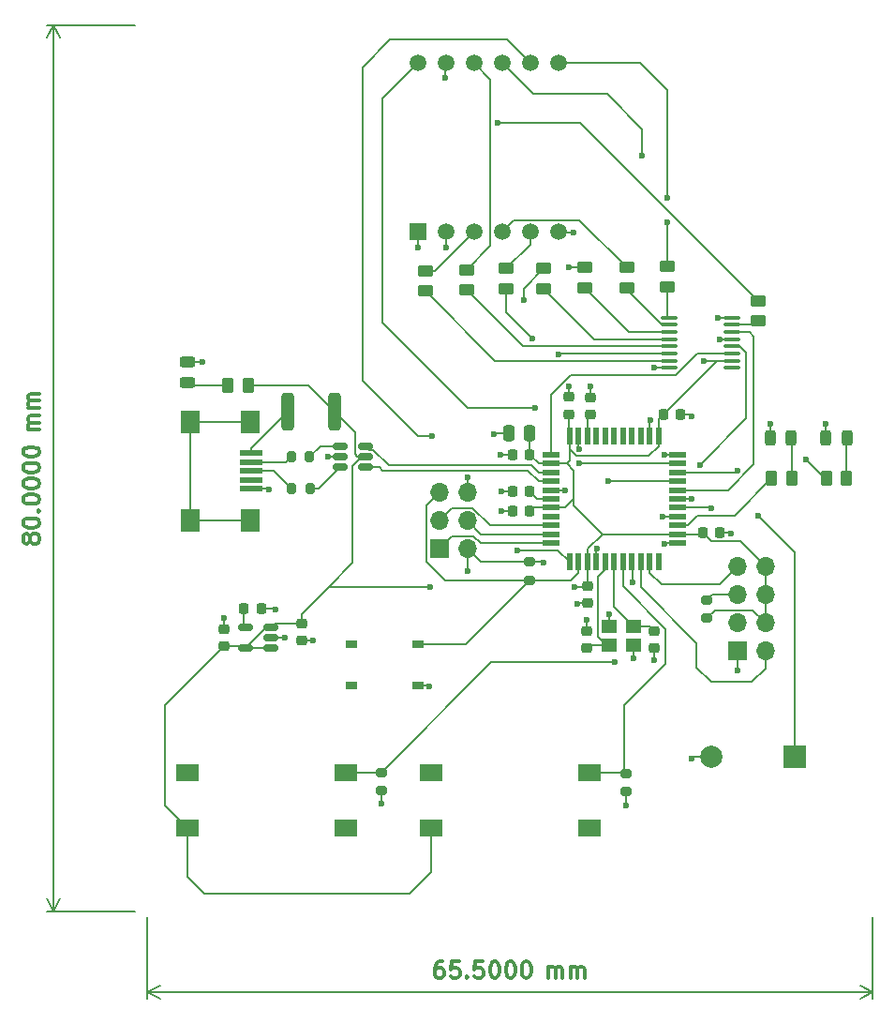
<source format=gbr>
%TF.GenerationSoftware,KiCad,Pcbnew,(7.0.0-0)*%
%TF.CreationDate,2023-04-20T13:26:23-06:00*%
%TF.ProjectId,Phase B - PCB,50686173-6520-4422-902d-205043422e6b,rev?*%
%TF.SameCoordinates,Original*%
%TF.FileFunction,Copper,L1,Top*%
%TF.FilePolarity,Positive*%
%FSLAX46Y46*%
G04 Gerber Fmt 4.6, Leading zero omitted, Abs format (unit mm)*
G04 Created by KiCad (PCBNEW (7.0.0-0)) date 2023-04-20 13:26:23*
%MOMM*%
%LPD*%
G01*
G04 APERTURE LIST*
G04 Aperture macros list*
%AMRoundRect*
0 Rectangle with rounded corners*
0 $1 Rounding radius*
0 $2 $3 $4 $5 $6 $7 $8 $9 X,Y pos of 4 corners*
0 Add a 4 corners polygon primitive as box body*
4,1,4,$2,$3,$4,$5,$6,$7,$8,$9,$2,$3,0*
0 Add four circle primitives for the rounded corners*
1,1,$1+$1,$2,$3*
1,1,$1+$1,$4,$5*
1,1,$1+$1,$6,$7*
1,1,$1+$1,$8,$9*
0 Add four rect primitives between the rounded corners*
20,1,$1+$1,$2,$3,$4,$5,0*
20,1,$1+$1,$4,$5,$6,$7,0*
20,1,$1+$1,$6,$7,$8,$9,0*
20,1,$1+$1,$8,$9,$2,$3,0*%
G04 Aperture macros list end*
%ADD10C,0.300000*%
%TA.AperFunction,NonConductor*%
%ADD11C,0.300000*%
%TD*%
%TA.AperFunction,NonConductor*%
%ADD12C,0.200000*%
%TD*%
%TA.AperFunction,SMDPad,CuDef*%
%ADD13RoundRect,0.250000X0.450000X-0.262500X0.450000X0.262500X-0.450000X0.262500X-0.450000X-0.262500X0*%
%TD*%
%TA.AperFunction,SMDPad,CuDef*%
%ADD14RoundRect,0.200000X0.200000X0.275000X-0.200000X0.275000X-0.200000X-0.275000X0.200000X-0.275000X0*%
%TD*%
%TA.AperFunction,SMDPad,CuDef*%
%ADD15RoundRect,0.225000X-0.250000X0.225000X-0.250000X-0.225000X0.250000X-0.225000X0.250000X0.225000X0*%
%TD*%
%TA.AperFunction,SMDPad,CuDef*%
%ADD16R,2.000000X0.500000*%
%TD*%
%TA.AperFunction,SMDPad,CuDef*%
%ADD17R,1.700000X2.000000*%
%TD*%
%TA.AperFunction,SMDPad,CuDef*%
%ADD18RoundRect,0.225000X0.225000X0.250000X-0.225000X0.250000X-0.225000X-0.250000X0.225000X-0.250000X0*%
%TD*%
%TA.AperFunction,SMDPad,CuDef*%
%ADD19R,1.000000X0.700000*%
%TD*%
%TA.AperFunction,ComponentPad*%
%ADD20R,1.700000X1.700000*%
%TD*%
%TA.AperFunction,ComponentPad*%
%ADD21O,1.700000X1.700000*%
%TD*%
%TA.AperFunction,SMDPad,CuDef*%
%ADD22RoundRect,0.100000X-0.637500X-0.100000X0.637500X-0.100000X0.637500X0.100000X-0.637500X0.100000X0*%
%TD*%
%TA.AperFunction,SMDPad,CuDef*%
%ADD23RoundRect,0.250000X0.250000X0.475000X-0.250000X0.475000X-0.250000X-0.475000X0.250000X-0.475000X0*%
%TD*%
%TA.AperFunction,SMDPad,CuDef*%
%ADD24R,1.500000X0.550000*%
%TD*%
%TA.AperFunction,SMDPad,CuDef*%
%ADD25R,0.550000X1.500000*%
%TD*%
%TA.AperFunction,SMDPad,CuDef*%
%ADD26RoundRect,0.200000X-0.275000X0.200000X-0.275000X-0.200000X0.275000X-0.200000X0.275000X0.200000X0*%
%TD*%
%TA.AperFunction,SMDPad,CuDef*%
%ADD27RoundRect,0.225000X0.250000X-0.225000X0.250000X0.225000X-0.250000X0.225000X-0.250000X-0.225000X0*%
%TD*%
%TA.AperFunction,SMDPad,CuDef*%
%ADD28RoundRect,0.250000X-0.262500X-0.450000X0.262500X-0.450000X0.262500X0.450000X-0.262500X0.450000X0*%
%TD*%
%TA.AperFunction,SMDPad,CuDef*%
%ADD29RoundRect,0.225000X-0.225000X-0.250000X0.225000X-0.250000X0.225000X0.250000X-0.225000X0.250000X0*%
%TD*%
%TA.AperFunction,SMDPad,CuDef*%
%ADD30RoundRect,0.250000X0.262500X0.450000X-0.262500X0.450000X-0.262500X-0.450000X0.262500X-0.450000X0*%
%TD*%
%TA.AperFunction,SMDPad,CuDef*%
%ADD31RoundRect,0.150000X0.512500X0.150000X-0.512500X0.150000X-0.512500X-0.150000X0.512500X-0.150000X0*%
%TD*%
%TA.AperFunction,SMDPad,CuDef*%
%ADD32R,1.400000X1.200000*%
%TD*%
%TA.AperFunction,SMDPad,CuDef*%
%ADD33RoundRect,0.243750X-0.243750X-0.456250X0.243750X-0.456250X0.243750X0.456250X-0.243750X0.456250X0*%
%TD*%
%TA.AperFunction,ComponentPad*%
%ADD34R,2.000000X2.000000*%
%TD*%
%TA.AperFunction,ComponentPad*%
%ADD35C,2.000000*%
%TD*%
%TA.AperFunction,SMDPad,CuDef*%
%ADD36RoundRect,0.200000X0.275000X-0.200000X0.275000X0.200000X-0.275000X0.200000X-0.275000X-0.200000X0*%
%TD*%
%TA.AperFunction,SMDPad,CuDef*%
%ADD37R,2.000000X1.500000*%
%TD*%
%TA.AperFunction,SMDPad,CuDef*%
%ADD38RoundRect,0.150000X-0.512500X-0.150000X0.512500X-0.150000X0.512500X0.150000X-0.512500X0.150000X0*%
%TD*%
%TA.AperFunction,SMDPad,CuDef*%
%ADD39RoundRect,0.243750X-0.456250X0.243750X-0.456250X-0.243750X0.456250X-0.243750X0.456250X0.243750X0*%
%TD*%
%TA.AperFunction,ComponentPad*%
%ADD40R,1.500000X1.500000*%
%TD*%
%TA.AperFunction,ComponentPad*%
%ADD41C,1.500000*%
%TD*%
%TA.AperFunction,SMDPad,CuDef*%
%ADD42RoundRect,0.250000X-0.312500X-1.450000X0.312500X-1.450000X0.312500X1.450000X-0.312500X1.450000X0*%
%TD*%
%TA.AperFunction,ViaPad*%
%ADD43C,0.600000*%
%TD*%
%TA.AperFunction,Conductor*%
%ADD44C,0.200000*%
%TD*%
G04 APERTURE END LIST*
D10*
D11*
X99593928Y-101521427D02*
X99522500Y-101664284D01*
X99522500Y-101664284D02*
X99451071Y-101735713D01*
X99451071Y-101735713D02*
X99308214Y-101807141D01*
X99308214Y-101807141D02*
X99236785Y-101807141D01*
X99236785Y-101807141D02*
X99093928Y-101735713D01*
X99093928Y-101735713D02*
X99022500Y-101664284D01*
X99022500Y-101664284D02*
X98951071Y-101521427D01*
X98951071Y-101521427D02*
X98951071Y-101235713D01*
X98951071Y-101235713D02*
X99022500Y-101092856D01*
X99022500Y-101092856D02*
X99093928Y-101021427D01*
X99093928Y-101021427D02*
X99236785Y-100949998D01*
X99236785Y-100949998D02*
X99308214Y-100949998D01*
X99308214Y-100949998D02*
X99451071Y-101021427D01*
X99451071Y-101021427D02*
X99522500Y-101092856D01*
X99522500Y-101092856D02*
X99593928Y-101235713D01*
X99593928Y-101235713D02*
X99593928Y-101521427D01*
X99593928Y-101521427D02*
X99665357Y-101664284D01*
X99665357Y-101664284D02*
X99736785Y-101735713D01*
X99736785Y-101735713D02*
X99879642Y-101807141D01*
X99879642Y-101807141D02*
X100165357Y-101807141D01*
X100165357Y-101807141D02*
X100308214Y-101735713D01*
X100308214Y-101735713D02*
X100379642Y-101664284D01*
X100379642Y-101664284D02*
X100451071Y-101521427D01*
X100451071Y-101521427D02*
X100451071Y-101235713D01*
X100451071Y-101235713D02*
X100379642Y-101092856D01*
X100379642Y-101092856D02*
X100308214Y-101021427D01*
X100308214Y-101021427D02*
X100165357Y-100949998D01*
X100165357Y-100949998D02*
X99879642Y-100949998D01*
X99879642Y-100949998D02*
X99736785Y-101021427D01*
X99736785Y-101021427D02*
X99665357Y-101092856D01*
X99665357Y-101092856D02*
X99593928Y-101235713D01*
X98951071Y-100021427D02*
X98951071Y-99878570D01*
X98951071Y-99878570D02*
X99022500Y-99735713D01*
X99022500Y-99735713D02*
X99093928Y-99664285D01*
X99093928Y-99664285D02*
X99236785Y-99592856D01*
X99236785Y-99592856D02*
X99522500Y-99521427D01*
X99522500Y-99521427D02*
X99879642Y-99521427D01*
X99879642Y-99521427D02*
X100165357Y-99592856D01*
X100165357Y-99592856D02*
X100308214Y-99664285D01*
X100308214Y-99664285D02*
X100379642Y-99735713D01*
X100379642Y-99735713D02*
X100451071Y-99878570D01*
X100451071Y-99878570D02*
X100451071Y-100021427D01*
X100451071Y-100021427D02*
X100379642Y-100164285D01*
X100379642Y-100164285D02*
X100308214Y-100235713D01*
X100308214Y-100235713D02*
X100165357Y-100307142D01*
X100165357Y-100307142D02*
X99879642Y-100378570D01*
X99879642Y-100378570D02*
X99522500Y-100378570D01*
X99522500Y-100378570D02*
X99236785Y-100307142D01*
X99236785Y-100307142D02*
X99093928Y-100235713D01*
X99093928Y-100235713D02*
X99022500Y-100164285D01*
X99022500Y-100164285D02*
X98951071Y-100021427D01*
X100308214Y-98878571D02*
X100379642Y-98807142D01*
X100379642Y-98807142D02*
X100451071Y-98878571D01*
X100451071Y-98878571D02*
X100379642Y-98949999D01*
X100379642Y-98949999D02*
X100308214Y-98878571D01*
X100308214Y-98878571D02*
X100451071Y-98878571D01*
X98951071Y-97878570D02*
X98951071Y-97735713D01*
X98951071Y-97735713D02*
X99022500Y-97592856D01*
X99022500Y-97592856D02*
X99093928Y-97521428D01*
X99093928Y-97521428D02*
X99236785Y-97449999D01*
X99236785Y-97449999D02*
X99522500Y-97378570D01*
X99522500Y-97378570D02*
X99879642Y-97378570D01*
X99879642Y-97378570D02*
X100165357Y-97449999D01*
X100165357Y-97449999D02*
X100308214Y-97521428D01*
X100308214Y-97521428D02*
X100379642Y-97592856D01*
X100379642Y-97592856D02*
X100451071Y-97735713D01*
X100451071Y-97735713D02*
X100451071Y-97878570D01*
X100451071Y-97878570D02*
X100379642Y-98021428D01*
X100379642Y-98021428D02*
X100308214Y-98092856D01*
X100308214Y-98092856D02*
X100165357Y-98164285D01*
X100165357Y-98164285D02*
X99879642Y-98235713D01*
X99879642Y-98235713D02*
X99522500Y-98235713D01*
X99522500Y-98235713D02*
X99236785Y-98164285D01*
X99236785Y-98164285D02*
X99093928Y-98092856D01*
X99093928Y-98092856D02*
X99022500Y-98021428D01*
X99022500Y-98021428D02*
X98951071Y-97878570D01*
X98951071Y-96449999D02*
X98951071Y-96307142D01*
X98951071Y-96307142D02*
X99022500Y-96164285D01*
X99022500Y-96164285D02*
X99093928Y-96092857D01*
X99093928Y-96092857D02*
X99236785Y-96021428D01*
X99236785Y-96021428D02*
X99522500Y-95949999D01*
X99522500Y-95949999D02*
X99879642Y-95949999D01*
X99879642Y-95949999D02*
X100165357Y-96021428D01*
X100165357Y-96021428D02*
X100308214Y-96092857D01*
X100308214Y-96092857D02*
X100379642Y-96164285D01*
X100379642Y-96164285D02*
X100451071Y-96307142D01*
X100451071Y-96307142D02*
X100451071Y-96449999D01*
X100451071Y-96449999D02*
X100379642Y-96592857D01*
X100379642Y-96592857D02*
X100308214Y-96664285D01*
X100308214Y-96664285D02*
X100165357Y-96735714D01*
X100165357Y-96735714D02*
X99879642Y-96807142D01*
X99879642Y-96807142D02*
X99522500Y-96807142D01*
X99522500Y-96807142D02*
X99236785Y-96735714D01*
X99236785Y-96735714D02*
X99093928Y-96664285D01*
X99093928Y-96664285D02*
X99022500Y-96592857D01*
X99022500Y-96592857D02*
X98951071Y-96449999D01*
X98951071Y-95021428D02*
X98951071Y-94878571D01*
X98951071Y-94878571D02*
X99022500Y-94735714D01*
X99022500Y-94735714D02*
X99093928Y-94664286D01*
X99093928Y-94664286D02*
X99236785Y-94592857D01*
X99236785Y-94592857D02*
X99522500Y-94521428D01*
X99522500Y-94521428D02*
X99879642Y-94521428D01*
X99879642Y-94521428D02*
X100165357Y-94592857D01*
X100165357Y-94592857D02*
X100308214Y-94664286D01*
X100308214Y-94664286D02*
X100379642Y-94735714D01*
X100379642Y-94735714D02*
X100451071Y-94878571D01*
X100451071Y-94878571D02*
X100451071Y-95021428D01*
X100451071Y-95021428D02*
X100379642Y-95164286D01*
X100379642Y-95164286D02*
X100308214Y-95235714D01*
X100308214Y-95235714D02*
X100165357Y-95307143D01*
X100165357Y-95307143D02*
X99879642Y-95378571D01*
X99879642Y-95378571D02*
X99522500Y-95378571D01*
X99522500Y-95378571D02*
X99236785Y-95307143D01*
X99236785Y-95307143D02*
X99093928Y-95235714D01*
X99093928Y-95235714D02*
X99022500Y-95164286D01*
X99022500Y-95164286D02*
X98951071Y-95021428D01*
X98951071Y-93592857D02*
X98951071Y-93450000D01*
X98951071Y-93450000D02*
X99022500Y-93307143D01*
X99022500Y-93307143D02*
X99093928Y-93235715D01*
X99093928Y-93235715D02*
X99236785Y-93164286D01*
X99236785Y-93164286D02*
X99522500Y-93092857D01*
X99522500Y-93092857D02*
X99879642Y-93092857D01*
X99879642Y-93092857D02*
X100165357Y-93164286D01*
X100165357Y-93164286D02*
X100308214Y-93235715D01*
X100308214Y-93235715D02*
X100379642Y-93307143D01*
X100379642Y-93307143D02*
X100451071Y-93450000D01*
X100451071Y-93450000D02*
X100451071Y-93592857D01*
X100451071Y-93592857D02*
X100379642Y-93735715D01*
X100379642Y-93735715D02*
X100308214Y-93807143D01*
X100308214Y-93807143D02*
X100165357Y-93878572D01*
X100165357Y-93878572D02*
X99879642Y-93950000D01*
X99879642Y-93950000D02*
X99522500Y-93950000D01*
X99522500Y-93950000D02*
X99236785Y-93878572D01*
X99236785Y-93878572D02*
X99093928Y-93807143D01*
X99093928Y-93807143D02*
X99022500Y-93735715D01*
X99022500Y-93735715D02*
X98951071Y-93592857D01*
X100451071Y-91550001D02*
X99451071Y-91550001D01*
X99593928Y-91550001D02*
X99522500Y-91478572D01*
X99522500Y-91478572D02*
X99451071Y-91335715D01*
X99451071Y-91335715D02*
X99451071Y-91121429D01*
X99451071Y-91121429D02*
X99522500Y-90978572D01*
X99522500Y-90978572D02*
X99665357Y-90907144D01*
X99665357Y-90907144D02*
X100451071Y-90907144D01*
X99665357Y-90907144D02*
X99522500Y-90835715D01*
X99522500Y-90835715D02*
X99451071Y-90692858D01*
X99451071Y-90692858D02*
X99451071Y-90478572D01*
X99451071Y-90478572D02*
X99522500Y-90335715D01*
X99522500Y-90335715D02*
X99665357Y-90264286D01*
X99665357Y-90264286D02*
X100451071Y-90264286D01*
X100451071Y-89550001D02*
X99451071Y-89550001D01*
X99593928Y-89550001D02*
X99522500Y-89478572D01*
X99522500Y-89478572D02*
X99451071Y-89335715D01*
X99451071Y-89335715D02*
X99451071Y-89121429D01*
X99451071Y-89121429D02*
X99522500Y-88978572D01*
X99522500Y-88978572D02*
X99665357Y-88907144D01*
X99665357Y-88907144D02*
X100451071Y-88907144D01*
X99665357Y-88907144D02*
X99522500Y-88835715D01*
X99522500Y-88835715D02*
X99451071Y-88692858D01*
X99451071Y-88692858D02*
X99451071Y-88478572D01*
X99451071Y-88478572D02*
X99522500Y-88335715D01*
X99522500Y-88335715D02*
X99665357Y-88264286D01*
X99665357Y-88264286D02*
X100451071Y-88264286D01*
D12*
X109100000Y-135000000D02*
X101113580Y-135000000D01*
X109100000Y-55000000D02*
X101113580Y-55000000D01*
X101700000Y-135000000D02*
X101700000Y-55000000D01*
X101700000Y-135000000D02*
X101700000Y-55000000D01*
X101700000Y-135000000D02*
X101113579Y-133873496D01*
X101700000Y-135000000D02*
X102286421Y-133873496D01*
X101700000Y-55000000D02*
X102286421Y-56126504D01*
X101700000Y-55000000D02*
X101113579Y-56126504D01*
D10*
D11*
X136857144Y-139551070D02*
X136571429Y-139551070D01*
X136571429Y-139551070D02*
X136428572Y-139622499D01*
X136428572Y-139622499D02*
X136357144Y-139693927D01*
X136357144Y-139693927D02*
X136214286Y-139908213D01*
X136214286Y-139908213D02*
X136142858Y-140193927D01*
X136142858Y-140193927D02*
X136142858Y-140765356D01*
X136142858Y-140765356D02*
X136214286Y-140908213D01*
X136214286Y-140908213D02*
X136285715Y-140979641D01*
X136285715Y-140979641D02*
X136428572Y-141051070D01*
X136428572Y-141051070D02*
X136714286Y-141051070D01*
X136714286Y-141051070D02*
X136857144Y-140979641D01*
X136857144Y-140979641D02*
X136928572Y-140908213D01*
X136928572Y-140908213D02*
X137000001Y-140765356D01*
X137000001Y-140765356D02*
X137000001Y-140408213D01*
X137000001Y-140408213D02*
X136928572Y-140265356D01*
X136928572Y-140265356D02*
X136857144Y-140193927D01*
X136857144Y-140193927D02*
X136714286Y-140122499D01*
X136714286Y-140122499D02*
X136428572Y-140122499D01*
X136428572Y-140122499D02*
X136285715Y-140193927D01*
X136285715Y-140193927D02*
X136214286Y-140265356D01*
X136214286Y-140265356D02*
X136142858Y-140408213D01*
X138357143Y-139551070D02*
X137642857Y-139551070D01*
X137642857Y-139551070D02*
X137571429Y-140265356D01*
X137571429Y-140265356D02*
X137642857Y-140193927D01*
X137642857Y-140193927D02*
X137785715Y-140122499D01*
X137785715Y-140122499D02*
X138142857Y-140122499D01*
X138142857Y-140122499D02*
X138285715Y-140193927D01*
X138285715Y-140193927D02*
X138357143Y-140265356D01*
X138357143Y-140265356D02*
X138428572Y-140408213D01*
X138428572Y-140408213D02*
X138428572Y-140765356D01*
X138428572Y-140765356D02*
X138357143Y-140908213D01*
X138357143Y-140908213D02*
X138285715Y-140979641D01*
X138285715Y-140979641D02*
X138142857Y-141051070D01*
X138142857Y-141051070D02*
X137785715Y-141051070D01*
X137785715Y-141051070D02*
X137642857Y-140979641D01*
X137642857Y-140979641D02*
X137571429Y-140908213D01*
X139071428Y-140908213D02*
X139142857Y-140979641D01*
X139142857Y-140979641D02*
X139071428Y-141051070D01*
X139071428Y-141051070D02*
X139000000Y-140979641D01*
X139000000Y-140979641D02*
X139071428Y-140908213D01*
X139071428Y-140908213D02*
X139071428Y-141051070D01*
X140500000Y-139551070D02*
X139785714Y-139551070D01*
X139785714Y-139551070D02*
X139714286Y-140265356D01*
X139714286Y-140265356D02*
X139785714Y-140193927D01*
X139785714Y-140193927D02*
X139928572Y-140122499D01*
X139928572Y-140122499D02*
X140285714Y-140122499D01*
X140285714Y-140122499D02*
X140428572Y-140193927D01*
X140428572Y-140193927D02*
X140500000Y-140265356D01*
X140500000Y-140265356D02*
X140571429Y-140408213D01*
X140571429Y-140408213D02*
X140571429Y-140765356D01*
X140571429Y-140765356D02*
X140500000Y-140908213D01*
X140500000Y-140908213D02*
X140428572Y-140979641D01*
X140428572Y-140979641D02*
X140285714Y-141051070D01*
X140285714Y-141051070D02*
X139928572Y-141051070D01*
X139928572Y-141051070D02*
X139785714Y-140979641D01*
X139785714Y-140979641D02*
X139714286Y-140908213D01*
X141500000Y-139551070D02*
X141642857Y-139551070D01*
X141642857Y-139551070D02*
X141785714Y-139622499D01*
X141785714Y-139622499D02*
X141857143Y-139693927D01*
X141857143Y-139693927D02*
X141928571Y-139836784D01*
X141928571Y-139836784D02*
X142000000Y-140122499D01*
X142000000Y-140122499D02*
X142000000Y-140479641D01*
X142000000Y-140479641D02*
X141928571Y-140765356D01*
X141928571Y-140765356D02*
X141857143Y-140908213D01*
X141857143Y-140908213D02*
X141785714Y-140979641D01*
X141785714Y-140979641D02*
X141642857Y-141051070D01*
X141642857Y-141051070D02*
X141500000Y-141051070D01*
X141500000Y-141051070D02*
X141357143Y-140979641D01*
X141357143Y-140979641D02*
X141285714Y-140908213D01*
X141285714Y-140908213D02*
X141214285Y-140765356D01*
X141214285Y-140765356D02*
X141142857Y-140479641D01*
X141142857Y-140479641D02*
X141142857Y-140122499D01*
X141142857Y-140122499D02*
X141214285Y-139836784D01*
X141214285Y-139836784D02*
X141285714Y-139693927D01*
X141285714Y-139693927D02*
X141357143Y-139622499D01*
X141357143Y-139622499D02*
X141500000Y-139551070D01*
X142928571Y-139551070D02*
X143071428Y-139551070D01*
X143071428Y-139551070D02*
X143214285Y-139622499D01*
X143214285Y-139622499D02*
X143285714Y-139693927D01*
X143285714Y-139693927D02*
X143357142Y-139836784D01*
X143357142Y-139836784D02*
X143428571Y-140122499D01*
X143428571Y-140122499D02*
X143428571Y-140479641D01*
X143428571Y-140479641D02*
X143357142Y-140765356D01*
X143357142Y-140765356D02*
X143285714Y-140908213D01*
X143285714Y-140908213D02*
X143214285Y-140979641D01*
X143214285Y-140979641D02*
X143071428Y-141051070D01*
X143071428Y-141051070D02*
X142928571Y-141051070D01*
X142928571Y-141051070D02*
X142785714Y-140979641D01*
X142785714Y-140979641D02*
X142714285Y-140908213D01*
X142714285Y-140908213D02*
X142642856Y-140765356D01*
X142642856Y-140765356D02*
X142571428Y-140479641D01*
X142571428Y-140479641D02*
X142571428Y-140122499D01*
X142571428Y-140122499D02*
X142642856Y-139836784D01*
X142642856Y-139836784D02*
X142714285Y-139693927D01*
X142714285Y-139693927D02*
X142785714Y-139622499D01*
X142785714Y-139622499D02*
X142928571Y-139551070D01*
X144357142Y-139551070D02*
X144499999Y-139551070D01*
X144499999Y-139551070D02*
X144642856Y-139622499D01*
X144642856Y-139622499D02*
X144714285Y-139693927D01*
X144714285Y-139693927D02*
X144785713Y-139836784D01*
X144785713Y-139836784D02*
X144857142Y-140122499D01*
X144857142Y-140122499D02*
X144857142Y-140479641D01*
X144857142Y-140479641D02*
X144785713Y-140765356D01*
X144785713Y-140765356D02*
X144714285Y-140908213D01*
X144714285Y-140908213D02*
X144642856Y-140979641D01*
X144642856Y-140979641D02*
X144499999Y-141051070D01*
X144499999Y-141051070D02*
X144357142Y-141051070D01*
X144357142Y-141051070D02*
X144214285Y-140979641D01*
X144214285Y-140979641D02*
X144142856Y-140908213D01*
X144142856Y-140908213D02*
X144071427Y-140765356D01*
X144071427Y-140765356D02*
X143999999Y-140479641D01*
X143999999Y-140479641D02*
X143999999Y-140122499D01*
X143999999Y-140122499D02*
X144071427Y-139836784D01*
X144071427Y-139836784D02*
X144142856Y-139693927D01*
X144142856Y-139693927D02*
X144214285Y-139622499D01*
X144214285Y-139622499D02*
X144357142Y-139551070D01*
X146399998Y-141051070D02*
X146399998Y-140051070D01*
X146399998Y-140193927D02*
X146471427Y-140122499D01*
X146471427Y-140122499D02*
X146614284Y-140051070D01*
X146614284Y-140051070D02*
X146828570Y-140051070D01*
X146828570Y-140051070D02*
X146971427Y-140122499D01*
X146971427Y-140122499D02*
X147042856Y-140265356D01*
X147042856Y-140265356D02*
X147042856Y-141051070D01*
X147042856Y-140265356D02*
X147114284Y-140122499D01*
X147114284Y-140122499D02*
X147257141Y-140051070D01*
X147257141Y-140051070D02*
X147471427Y-140051070D01*
X147471427Y-140051070D02*
X147614284Y-140122499D01*
X147614284Y-140122499D02*
X147685713Y-140265356D01*
X147685713Y-140265356D02*
X147685713Y-141051070D01*
X148399998Y-141051070D02*
X148399998Y-140051070D01*
X148399998Y-140193927D02*
X148471427Y-140122499D01*
X148471427Y-140122499D02*
X148614284Y-140051070D01*
X148614284Y-140051070D02*
X148828570Y-140051070D01*
X148828570Y-140051070D02*
X148971427Y-140122499D01*
X148971427Y-140122499D02*
X149042856Y-140265356D01*
X149042856Y-140265356D02*
X149042856Y-141051070D01*
X149042856Y-140265356D02*
X149114284Y-140122499D01*
X149114284Y-140122499D02*
X149257141Y-140051070D01*
X149257141Y-140051070D02*
X149471427Y-140051070D01*
X149471427Y-140051070D02*
X149614284Y-140122499D01*
X149614284Y-140122499D02*
X149685713Y-140265356D01*
X149685713Y-140265356D02*
X149685713Y-141051070D01*
D12*
X110200000Y-135500000D02*
X110200000Y-142886419D01*
X175700000Y-135500000D02*
X175700000Y-142886419D01*
X110200000Y-142299999D02*
X175700000Y-142299999D01*
X110200000Y-142299999D02*
X175700000Y-142299999D01*
X110200000Y-142299999D02*
X111326504Y-141713578D01*
X110200000Y-142299999D02*
X111326504Y-142886420D01*
X175700000Y-142299999D02*
X174573496Y-142886420D01*
X175700000Y-142299999D02*
X174573496Y-141713578D01*
D13*
%TO.P,R9,1*%
%TO.N,e*%
X146000000Y-78812500D03*
%TO.P,R9,2*%
%TO.N,Net-(U2-e)*%
X146000000Y-76987500D03*
%TD*%
%TO.P,R11,1*%
%TO.N,g*%
X142600000Y-78812500D03*
%TO.P,R11,2*%
%TO.N,Net-(U2-g)*%
X142600000Y-76987500D03*
%TD*%
D14*
%TO.P,R16,1*%
%TO.N,USB_CONN_D-*%
X124840000Y-93980000D03*
%TO.P,R16,2*%
%TO.N,Net-(J1-D-)*%
X123190000Y-93980000D03*
%TD*%
D15*
%TO.P,C9,1*%
%TO.N,VCC*%
X149944000Y-105638000D03*
%TO.P,C9,2*%
%TO.N,GND*%
X149944000Y-107188000D03*
%TD*%
D16*
%TO.P,J1,1,VBUS*%
%TO.N,Net-(J1-VBUS)*%
X119582499Y-93649999D03*
%TO.P,J1,2,D-*%
%TO.N,Net-(J1-D-)*%
X119582499Y-94449999D03*
%TO.P,J1,3,D+*%
%TO.N,Net-(J1-D+)*%
X119582499Y-95249999D03*
%TO.P,J1,4,ID*%
%TO.N,unconnected-(J1-ID-Pad4)*%
X119582499Y-96049999D03*
%TO.P,J1,5,GND*%
%TO.N,GND*%
X119582499Y-96849999D03*
D17*
%TO.P,J1,6,Shield*%
%TO.N,unconnected-(J1-Shield-Pad6)*%
X119482499Y-90799999D03*
X114032499Y-90799999D03*
X119482499Y-99699999D03*
X114032499Y-99699999D03*
%TD*%
D18*
%TO.P,C4,1*%
%TO.N,VCC*%
X144725000Y-98900000D03*
%TO.P,C4,2*%
%TO.N,GND*%
X143175000Y-98900000D03*
%TD*%
D19*
%TO.P,S3,1*%
%TO.N,GND*%
X134599999Y-114599999D03*
%TO.P,S3,2*%
%TO.N,N/C*%
X128599999Y-114599999D03*
%TO.P,S3,3*%
%TO.N,RESET*%
X134599999Y-110899999D03*
%TO.P,S3,4*%
%TO.N,N/C*%
X128599999Y-110899999D03*
%TD*%
D20*
%TO.P,J4,1,Pin_1*%
%TO.N,GND*%
X163499999Y-111519999D03*
D21*
%TO.P,J4,2,Pin_2*%
%TO.N,TX*%
X166039999Y-111519999D03*
%TO.P,J4,3,Pin_3*%
%TO.N,unconnected-(J4-Pin_3-Pad3)*%
X163499999Y-108979999D03*
%TO.P,J4,4,Pin_4*%
%TO.N,VCC*%
X166039999Y-108979999D03*
%TO.P,J4,5,Pin_5*%
%TO.N,Net-(J4-Pin_5)*%
X163499999Y-106439999D03*
%TO.P,J4,6,Pin_6*%
%TO.N,VCC*%
X166039999Y-106439999D03*
%TO.P,J4,7,Pin_7*%
%TO.N,RX*%
X163499999Y-103899999D03*
%TO.P,J4,8,Pin_8*%
%TO.N,VCC*%
X166039999Y-103899999D03*
%TD*%
D13*
%TO.P,R5,1*%
%TO.N,a*%
X165400000Y-81712500D03*
%TO.P,R5,2*%
%TO.N,Net-(U2-a)*%
X165400000Y-79887500D03*
%TD*%
D22*
%TO.P,U1,1,QB*%
%TO.N,b*%
X157300000Y-81400000D03*
%TO.P,U1,2,QC*%
%TO.N,c*%
X157300000Y-82050000D03*
%TO.P,U1,3,QD*%
%TO.N,d*%
X157300000Y-82700000D03*
%TO.P,U1,4,QE*%
%TO.N,e*%
X157300000Y-83350000D03*
%TO.P,U1,5,QF*%
%TO.N,f*%
X157300000Y-84000000D03*
%TO.P,U1,6,QG*%
%TO.N,g*%
X157300000Y-84650000D03*
%TO.P,U1,7,QH*%
%TO.N,dp*%
X157300000Y-85300000D03*
%TO.P,U1,8,GND*%
%TO.N,GND*%
X157300000Y-85950000D03*
%TO.P,U1,9,QH'*%
%TO.N,unconnected-(U1-QH'-Pad9)*%
X163025000Y-85950000D03*
%TO.P,U1,10,~{SRCLR}*%
%TO.N,VCC*%
X163025000Y-85300000D03*
%TO.P,U1,11,SRCLK*%
%TO.N,SH_CP*%
X163025000Y-84650000D03*
%TO.P,U1,12,RCLK*%
%TO.N,ST_CP*%
X163025000Y-84000000D03*
%TO.P,U1,13,~{OE}*%
%TO.N,GND*%
X163025000Y-83350000D03*
%TO.P,U1,14,SER*%
%TO.N,DS*%
X163025000Y-82700000D03*
%TO.P,U1,15,QA*%
%TO.N,a*%
X163025000Y-82050000D03*
%TO.P,U1,16,VCC*%
%TO.N,VCC*%
X163025000Y-81400000D03*
%TD*%
D13*
%TO.P,R6,1*%
%TO.N,b*%
X157200000Y-78612500D03*
%TO.P,R6,2*%
%TO.N,Net-(U2-b)*%
X157200000Y-76787500D03*
%TD*%
D23*
%TO.P,C5,1*%
%TO.N,VCC*%
X144737000Y-91850000D03*
%TO.P,C5,2*%
%TO.N,GND*%
X142837000Y-91850000D03*
%TD*%
D24*
%TO.P,U3,1,PE6*%
%TO.N,SH_CP*%
X146656999Y-93776999D03*
%TO.P,U3,2,UVCC*%
%TO.N,VCC*%
X146656999Y-94576999D03*
%TO.P,U3,3,D-*%
%TO.N,USB_D-*%
X146656999Y-95376999D03*
%TO.P,U3,4,D+*%
%TO.N,USB_D+*%
X146656999Y-96176999D03*
%TO.P,U3,5,UGND*%
%TO.N,GND*%
X146656999Y-96976999D03*
%TO.P,U3,6,UCAP*%
%TO.N,/UCAP*%
X146656999Y-97776999D03*
%TO.P,U3,7,VBUS*%
%TO.N,VCC*%
X146656999Y-98576999D03*
%TO.P,U3,8,PB0*%
%TO.N,unconnected-(U3-PB0-Pad8)*%
X146656999Y-99376999D03*
%TO.P,U3,9,PB1*%
%TO.N,SCK*%
X146656999Y-100176999D03*
%TO.P,U3,10,PB2*%
%TO.N,MOSI*%
X146656999Y-100976999D03*
%TO.P,U3,11,PB3*%
%TO.N,MISO*%
X146656999Y-101776999D03*
D25*
%TO.P,U3,12,PB7*%
%TO.N,Dig3*%
X148356999Y-103476999D03*
%TO.P,U3,13,~{RESET}*%
%TO.N,RESET*%
X149156999Y-103476999D03*
%TO.P,U3,14,VCC*%
%TO.N,VCC*%
X149956999Y-103476999D03*
%TO.P,U3,15,GND*%
%TO.N,GND*%
X150756999Y-103476999D03*
%TO.P,U3,16,XTAL2*%
%TO.N,XTAL2*%
X151556999Y-103476999D03*
%TO.P,U3,17,XTAL1*%
%TO.N,XTAL1*%
X152356999Y-103476999D03*
%TO.P,U3,18,PD0*%
%TO.N,BUTTON_2*%
X153156999Y-103476999D03*
%TO.P,U3,19,PD1*%
%TO.N,BUTTON_1*%
X153956999Y-103476999D03*
%TO.P,U3,20,PD2*%
%TO.N,TX*%
X154756999Y-103476999D03*
%TO.P,U3,21,PD3*%
%TO.N,RX*%
X155556999Y-103476999D03*
%TO.P,U3,22,PD5*%
%TO.N,unconnected-(U3-PD5-Pad22)*%
X156356999Y-103476999D03*
D24*
%TO.P,U3,23,GND*%
%TO.N,GND*%
X158056999Y-101776999D03*
%TO.P,U3,24,AVCC*%
%TO.N,VCC*%
X158056999Y-100976999D03*
%TO.P,U3,25,PD4*%
%TO.N,GREEN_LED*%
X158056999Y-100176999D03*
%TO.P,U3,26,PD6*%
%TO.N,Dig2*%
X158056999Y-99376999D03*
%TO.P,U3,27,PD7*%
%TO.N,BUZZER*%
X158056999Y-98576999D03*
%TO.P,U3,28,PB4*%
%TO.N,ST_CP*%
X158056999Y-97776999D03*
%TO.P,U3,29,PB5*%
%TO.N,DS*%
X158056999Y-96976999D03*
%TO.P,U3,30,PB6*%
%TO.N,Dig4*%
X158056999Y-96176999D03*
%TO.P,U3,31,PC6*%
%TO.N,RED_LED*%
X158056999Y-95376999D03*
%TO.P,U3,32,PC7*%
%TO.N,Dig1*%
X158056999Y-94576999D03*
%TO.P,U3,33,~{HWB}/PE2*%
%TO.N,GND*%
X158056999Y-93776999D03*
D25*
%TO.P,U3,34,VCC*%
%TO.N,VCC*%
X156356999Y-92076999D03*
%TO.P,U3,35,GND*%
%TO.N,GND*%
X155556999Y-92076999D03*
%TO.P,U3,36,PF7*%
%TO.N,unconnected-(U3-PF7-Pad36)*%
X154756999Y-92076999D03*
%TO.P,U3,37,PF6*%
%TO.N,unconnected-(U3-PF6-Pad37)*%
X153956999Y-92076999D03*
%TO.P,U3,38,PF5*%
%TO.N,unconnected-(U3-PF5-Pad38)*%
X153156999Y-92076999D03*
%TO.P,U3,39,PF4*%
%TO.N,unconnected-(U3-PF4-Pad39)*%
X152356999Y-92076999D03*
%TO.P,U3,40,PF1*%
%TO.N,unconnected-(U3-PF1-Pad40)*%
X151556999Y-92076999D03*
%TO.P,U3,41,PF0*%
%TO.N,unconnected-(U3-PF0-Pad41)*%
X150756999Y-92076999D03*
%TO.P,U3,42,AREF*%
%TO.N,/AREF*%
X149956999Y-92076999D03*
%TO.P,U3,43,GND*%
%TO.N,GND*%
X149156999Y-92076999D03*
%TO.P,U3,44,AVCC*%
%TO.N,VCC*%
X148356999Y-92076999D03*
%TD*%
D26*
%TO.P,R4,1*%
%TO.N,BUTTON_2*%
X153400000Y-122575000D03*
%TO.P,R4,2*%
%TO.N,GND*%
X153400000Y-124225000D03*
%TD*%
D27*
%TO.P,C1,1*%
%TO.N,XTAL2*%
X149860000Y-111252000D03*
%TO.P,C1,2*%
%TO.N,GND*%
X149860000Y-109702000D03*
%TD*%
%TO.P,C11,1*%
%TO.N,/AREF*%
X150200000Y-90150000D03*
%TO.P,C11,2*%
%TO.N,GND*%
X150200000Y-88600000D03*
%TD*%
D28*
%TO.P,R2,1*%
%TO.N,RED_LED*%
X171522000Y-95946000D03*
%TO.P,R2,2*%
%TO.N,Net-(D2-A)*%
X173347000Y-95946000D03*
%TD*%
D27*
%TO.P,C14,1*%
%TO.N,VCC*%
X117144000Y-111071000D03*
%TO.P,C14,2*%
%TO.N,GND*%
X117144000Y-109521000D03*
%TD*%
D14*
%TO.P,R15,1*%
%TO.N,USB_CONN_D+*%
X124875000Y-96850000D03*
%TO.P,R15,2*%
%TO.N,Net-(J1-D+)*%
X123225000Y-96850000D03*
%TD*%
D13*
%TO.P,R10,1*%
%TO.N,f*%
X139000000Y-78912500D03*
%TO.P,R10,2*%
%TO.N,Net-(U2-f)*%
X139000000Y-77087500D03*
%TD*%
D27*
%TO.P,C6,1*%
%TO.N,VCC*%
X148300000Y-90125000D03*
%TO.P,C6,2*%
%TO.N,GND*%
X148300000Y-88575000D03*
%TD*%
D29*
%TO.P,C13,1*%
%TO.N,Net-(U5-BP)*%
X118925000Y-107700000D03*
%TO.P,C13,2*%
%TO.N,GND*%
X120475000Y-107700000D03*
%TD*%
D30*
%TO.P,R14,1*%
%TO.N,VCC*%
X119312500Y-87500000D03*
%TO.P,R14,2*%
%TO.N,Net-(D3-A)*%
X117487500Y-87500000D03*
%TD*%
D29*
%TO.P,C7,1*%
%TO.N,VCC*%
X156789000Y-90157000D03*
%TO.P,C7,2*%
%TO.N,GND*%
X158339000Y-90157000D03*
%TD*%
D31*
%TO.P,U5,1,VIN*%
%TO.N,VCC*%
X121329500Y-111246000D03*
%TO.P,U5,2,GND*%
%TO.N,GND*%
X121329500Y-110296000D03*
%TO.P,U5,3,ON/~{OFF}*%
%TO.N,VCC*%
X121329500Y-109346000D03*
%TO.P,U5,4,BP*%
%TO.N,Net-(U5-BP)*%
X119054500Y-109346000D03*
%TO.P,U5,5,VOUT*%
%TO.N,VCC*%
X119054500Y-111246000D03*
%TD*%
D32*
%TO.P,Y1,1,1*%
%TO.N,XTAL2*%
X151891999Y-110984999D03*
%TO.P,Y1,2,2*%
%TO.N,GND*%
X154091999Y-110984999D03*
%TO.P,Y1,3,3*%
%TO.N,XTAL1*%
X154091999Y-109284999D03*
%TO.P,Y1,4,4*%
%TO.N,GND*%
X151891999Y-109284999D03*
%TD*%
D15*
%TO.P,C12,1*%
%TO.N,VCC*%
X124100000Y-109013000D03*
%TO.P,C12,2*%
%TO.N,GND*%
X124100000Y-110563000D03*
%TD*%
D33*
%TO.P,D2,1,K*%
%TO.N,GND*%
X171500000Y-92300000D03*
%TO.P,D2,2,A*%
%TO.N,Net-(D2-A)*%
X173375000Y-92300000D03*
%TD*%
D20*
%TO.P,J2,1,MISO*%
%TO.N,MISO*%
X136549999Y-102279999D03*
D21*
%TO.P,J2,2,VCC*%
%TO.N,VCC*%
X139089999Y-102279999D03*
%TO.P,J2,3,SCK*%
%TO.N,SCK*%
X136549999Y-99739999D03*
%TO.P,J2,4,MOSI*%
%TO.N,MOSI*%
X139089999Y-99739999D03*
%TO.P,J2,5,~{RST}*%
%TO.N,RESET*%
X136549999Y-97199999D03*
%TO.P,J2,6,GND*%
%TO.N,GND*%
X139089999Y-97199999D03*
%TD*%
D34*
%TO.P,LS1,1,1*%
%TO.N,BUZZER*%
X168699999Y-121099999D03*
D35*
%TO.P,LS1,2,2*%
%TO.N,GND*%
X161100000Y-121100000D03*
%TD*%
D28*
%TO.P,R1,1*%
%TO.N,GREEN_LED*%
X166575500Y-95946000D03*
%TO.P,R1,2*%
%TO.N,Net-(D1-A)*%
X168400500Y-95946000D03*
%TD*%
D13*
%TO.P,R8,1*%
%TO.N,d*%
X149700000Y-78712500D03*
%TO.P,R8,2*%
%TO.N,Net-(U2-d)*%
X149700000Y-76887500D03*
%TD*%
D29*
%TO.P,C8,1*%
%TO.N,VCC*%
X160345000Y-100825000D03*
%TO.P,C8,2*%
%TO.N,GND*%
X161895000Y-100825000D03*
%TD*%
D36*
%TO.P,R17,1*%
%TO.N,VCC*%
X160742000Y-108561000D03*
%TO.P,R17,2*%
%TO.N,Net-(J4-Pin_5)*%
X160742000Y-106911000D03*
%TD*%
D18*
%TO.P,C10,1*%
%TO.N,/UCAP*%
X144727000Y-97091000D03*
%TO.P,C10,2*%
%TO.N,GND*%
X143177000Y-97091000D03*
%TD*%
D26*
%TO.P,R13,1*%
%TO.N,VCC*%
X144700000Y-103475000D03*
%TO.P,R13,2*%
%TO.N,RESET*%
X144700000Y-105125000D03*
%TD*%
D37*
%TO.P,S1,A1,NO_1*%
%TO.N,unconnected-(S1-NO_1-PadA1)*%
X113849999Y-122499999D03*
%TO.P,S1,B1,NO_2*%
%TO.N,BUTTON_1*%
X128149999Y-122499999D03*
%TO.P,S1,C1,COM_1*%
%TO.N,VCC*%
X113849999Y-127499999D03*
%TO.P,S1,D1,COM_2*%
%TO.N,unconnected-(S1-COM_2-PadD1)*%
X128149999Y-127499999D03*
%TD*%
D15*
%TO.P,C2,1*%
%TO.N,XTAL1*%
X155956000Y-109702000D03*
%TO.P,C2,2*%
%TO.N,GND*%
X155956000Y-111252000D03*
%TD*%
D38*
%TO.P,U4,1,I/O1*%
%TO.N,USB_CONN_D-*%
X127612500Y-93000000D03*
%TO.P,U4,2,GND*%
%TO.N,GND*%
X127612500Y-93950000D03*
%TO.P,U4,3,I/O2*%
%TO.N,USB_CONN_D+*%
X127612500Y-94900000D03*
%TO.P,U4,4,I/O2*%
%TO.N,USB_D+*%
X129887500Y-94900000D03*
%TO.P,U4,5,VBUS*%
%TO.N,VCC*%
X129887500Y-93950000D03*
%TO.P,U4,6,I/O1*%
%TO.N,USB_D-*%
X129887500Y-93000000D03*
%TD*%
D18*
%TO.P,C3,1*%
%TO.N,VCC*%
X144737000Y-93755000D03*
%TO.P,C3,2*%
%TO.N,GND*%
X143187000Y-93755000D03*
%TD*%
D13*
%TO.P,R12,1*%
%TO.N,dp*%
X135300000Y-79012500D03*
%TO.P,R12,2*%
%TO.N,Net-(U2-DPX)*%
X135300000Y-77187500D03*
%TD*%
D33*
%TO.P,D1,1,K*%
%TO.N,GND*%
X166500000Y-92300000D03*
%TO.P,D1,2,A*%
%TO.N,Net-(D1-A)*%
X168375000Y-92300000D03*
%TD*%
D26*
%TO.P,R3,1*%
%TO.N,BUTTON_1*%
X131300000Y-122475000D03*
%TO.P,R3,2*%
%TO.N,GND*%
X131300000Y-124125000D03*
%TD*%
D37*
%TO.P,S2,A1,NO_1*%
%TO.N,unconnected-(S2-NO_1-PadA1)*%
X135849999Y-122499999D03*
%TO.P,S2,B1,NO_2*%
%TO.N,BUTTON_2*%
X150149999Y-122499999D03*
%TO.P,S2,C1,COM_1*%
%TO.N,VCC*%
X135849999Y-127499999D03*
%TO.P,S2,D1,COM_2*%
%TO.N,unconnected-(S2-COM_2-PadD1)*%
X150149999Y-127499999D03*
%TD*%
D39*
%TO.P,D3,1,K*%
%TO.N,GND*%
X113792000Y-85422500D03*
%TO.P,D3,2,A*%
%TO.N,Net-(D3-A)*%
X113792000Y-87297500D03*
%TD*%
D40*
%TO.P,U2,1,e*%
%TO.N,Net-(U2-e)*%
X134619999Y-73659999D03*
D41*
%TO.P,U2,2,d*%
%TO.N,Net-(U2-d)*%
X137160000Y-73660000D03*
%TO.P,U2,3,DPX*%
%TO.N,Net-(U2-DPX)*%
X139700000Y-73660000D03*
%TO.P,U2,4,c*%
%TO.N,Net-(U2-c)*%
X142240000Y-73660000D03*
%TO.P,U2,5,g*%
%TO.N,Net-(U2-g)*%
X144780000Y-73660000D03*
%TO.P,U2,6,CA4*%
%TO.N,Dig4*%
X147320000Y-73660000D03*
%TO.P,U2,7,b*%
%TO.N,Net-(U2-b)*%
X147320000Y-58420000D03*
%TO.P,U2,8,CA3*%
%TO.N,Dig3*%
X144780000Y-58420000D03*
%TO.P,U2,9,CA2*%
%TO.N,Dig2*%
X142240000Y-58420000D03*
%TO.P,U2,10,f*%
%TO.N,Net-(U2-f)*%
X139700000Y-58420000D03*
%TO.P,U2,11,a*%
%TO.N,Net-(U2-a)*%
X137160000Y-58420000D03*
%TO.P,U2,12,CA1*%
%TO.N,Dig1*%
X134620000Y-58420000D03*
%TD*%
D13*
%TO.P,R7,1*%
%TO.N,c*%
X153500000Y-78712500D03*
%TO.P,R7,2*%
%TO.N,Net-(U2-c)*%
X153500000Y-76887500D03*
%TD*%
D42*
%TO.P,F1,1*%
%TO.N,Net-(J1-VBUS)*%
X122830500Y-89916000D03*
%TO.P,F1,2*%
%TO.N,VCC*%
X127105500Y-89916000D03*
%TD*%
D43*
%TO.N,GND*%
X142100000Y-93800000D03*
X151900000Y-108200000D03*
X147900000Y-97000000D03*
X154100000Y-112200000D03*
X141500000Y-91900000D03*
X156900000Y-101800000D03*
X121200000Y-96900000D03*
X162900000Y-100900000D03*
X150800000Y-102300000D03*
X122600000Y-110300000D03*
X156000000Y-112300000D03*
X125160000Y-110600000D03*
X163542000Y-113236000D03*
X142200000Y-98900000D03*
X121800000Y-107800000D03*
X150200000Y-87600000D03*
X159400000Y-121200000D03*
X161900000Y-83400000D03*
X131300000Y-125300000D03*
X149200000Y-93300000D03*
X117100000Y-108500000D03*
X153400000Y-125500000D03*
X126500000Y-94000000D03*
X149900000Y-108700000D03*
X115200000Y-85400000D03*
X159400000Y-90300000D03*
X171500000Y-91000000D03*
X142200000Y-97100000D03*
X135612500Y-114700000D03*
X148300000Y-87600000D03*
X156900000Y-93800000D03*
X139100000Y-95800000D03*
X149000000Y-107300000D03*
X166500000Y-91000000D03*
X155974500Y-85955000D03*
X155600000Y-90700000D03*
%TO.N,VCC*%
X135700000Y-105700000D03*
X139100000Y-104300000D03*
X161700000Y-81400000D03*
X146000000Y-103500000D03*
X148800000Y-105700000D03*
X160500000Y-85300000D03*
%TO.N,BUZZER*%
X161100000Y-98600000D03*
X165400000Y-99300000D03*
%TO.N,RED_LED*%
X169650000Y-94200000D03*
X163523000Y-95223000D03*
%TO.N,BUTTON_1*%
X152400000Y-112500000D03*
X154000000Y-105300000D03*
%TO.N,Net-(U2-a)*%
X141800000Y-63800000D03*
X137100000Y-59800000D03*
%TO.N,Net-(U2-b)*%
X157200000Y-70600000D03*
X157200000Y-72800000D03*
%TO.N,Net-(U2-d)*%
X137200000Y-75100000D03*
X148300000Y-76900000D03*
%TO.N,Net-(U2-e)*%
X134600000Y-75100000D03*
X144200000Y-79800000D03*
%TO.N,g*%
X145000000Y-83300000D03*
X147300000Y-84700000D03*
%TO.N,ST_CP*%
X159400000Y-97800000D03*
X160100000Y-94700000D03*
%TO.N,Dig4*%
X148700000Y-73700000D03*
X151800000Y-96200000D03*
%TO.N,Dig3*%
X143600000Y-102400000D03*
X135900000Y-92100000D03*
%TO.N,Dig2*%
X154900000Y-66800000D03*
X156700000Y-99400000D03*
%TO.N,Dig1*%
X145200000Y-89600000D03*
X149200000Y-94600000D03*
%TD*%
D44*
%TO.N,XTAL2*%
X151892000Y-110985000D02*
X151692000Y-110985000D01*
X150127000Y-110985000D02*
X151892000Y-110985000D01*
X150892000Y-104808000D02*
X151557000Y-104143000D01*
X151692000Y-110985000D02*
X150892000Y-110185000D01*
X149860000Y-111252000D02*
X150127000Y-110985000D01*
X151557000Y-104143000D02*
X151557000Y-103477000D01*
X150892000Y-110185000D02*
X150892000Y-104808000D01*
%TO.N,GND*%
X149860000Y-109702000D02*
X149860000Y-108740000D01*
X150200000Y-88600000D02*
X150200000Y-87600000D01*
X159500000Y-121100000D02*
X159400000Y-121200000D01*
X121150000Y-96850000D02*
X121200000Y-96900000D01*
X149860000Y-108740000D02*
X149900000Y-108700000D01*
X158339000Y-90157000D02*
X159257000Y-90157000D01*
X139090000Y-95810000D02*
X139100000Y-95800000D01*
X154092000Y-112192000D02*
X154100000Y-112200000D01*
X121700000Y-107700000D02*
X121800000Y-107800000D01*
X161950000Y-83350000D02*
X161900000Y-83400000D01*
X161895000Y-100825000D02*
X162825000Y-100825000D01*
X149944000Y-107188000D02*
X149112000Y-107188000D01*
X150757000Y-102343000D02*
X150800000Y-102300000D01*
X155979500Y-85950000D02*
X155974500Y-85955000D01*
X149112000Y-107188000D02*
X149000000Y-107300000D01*
X148300000Y-88575000D02*
X148300000Y-87600000D01*
X141550000Y-91850000D02*
X141500000Y-91900000D01*
X159257000Y-90157000D02*
X159400000Y-90300000D01*
X149157000Y-92077000D02*
X149157000Y-93257000D01*
X119582500Y-96850000D02*
X121150000Y-96850000D01*
X149157000Y-93257000D02*
X149200000Y-93300000D01*
X122600000Y-110300000D02*
X121333500Y-110300000D01*
X124137000Y-110600000D02*
X124100000Y-110563000D01*
X142145000Y-93755000D02*
X142100000Y-93800000D01*
X162825000Y-100825000D02*
X162900000Y-100900000D01*
X155956000Y-112256000D02*
X156000000Y-112300000D01*
X155956000Y-111252000D02*
X155956000Y-112256000D01*
X121333500Y-110300000D02*
X121329500Y-110296000D01*
X143187000Y-93755000D02*
X142145000Y-93755000D01*
X117144000Y-109521000D02*
X117144000Y-108544000D01*
X153400000Y-124225000D02*
X153400000Y-125500000D01*
X147877000Y-96977000D02*
X147900000Y-97000000D01*
X131300000Y-124125000D02*
X131300000Y-125300000D01*
X146657000Y-96977000D02*
X147877000Y-96977000D01*
X150757000Y-103477000D02*
X150757000Y-102343000D01*
X166500000Y-92300000D02*
X166500000Y-91000000D01*
X135512500Y-114600000D02*
X135612500Y-114700000D01*
X155557000Y-92077000D02*
X155557000Y-90743000D01*
X163025000Y-83350000D02*
X161950000Y-83350000D01*
X156923000Y-101777000D02*
X156900000Y-101800000D01*
X143177000Y-97091000D02*
X142209000Y-97091000D01*
X117144000Y-108544000D02*
X117100000Y-108500000D01*
X120475000Y-107700000D02*
X121700000Y-107700000D01*
X139090000Y-97200000D02*
X139090000Y-95810000D01*
X163500000Y-113194000D02*
X163542000Y-113236000D01*
X134600000Y-114600000D02*
X135512500Y-114600000D01*
X125160000Y-110600000D02*
X124137000Y-110600000D01*
X151892000Y-109285000D02*
X151892000Y-108208000D01*
X171500000Y-92300000D02*
X171500000Y-91000000D01*
X142209000Y-97091000D02*
X142200000Y-97100000D01*
X143175000Y-98900000D02*
X142200000Y-98900000D01*
X156923000Y-93777000D02*
X156900000Y-93800000D01*
X161100000Y-121100000D02*
X159500000Y-121100000D01*
X126550000Y-93950000D02*
X126500000Y-94000000D01*
X151892000Y-108208000D02*
X151900000Y-108200000D01*
X154092000Y-110985000D02*
X154092000Y-112192000D01*
X158057000Y-101777000D02*
X156923000Y-101777000D01*
X115200000Y-85400000D02*
X113814500Y-85400000D01*
X113814500Y-85400000D02*
X113792000Y-85422500D01*
X158057000Y-93777000D02*
X156923000Y-93777000D01*
X163500000Y-111520000D02*
X163500000Y-113194000D01*
X155557000Y-90743000D02*
X155600000Y-90700000D01*
X142837000Y-91850000D02*
X141550000Y-91850000D01*
X127612500Y-93950000D02*
X126550000Y-93950000D01*
X157300000Y-85950000D02*
X155979500Y-85950000D01*
%TO.N,XTAL1*%
X155956000Y-109702000D02*
X155539000Y-109285000D01*
X152357000Y-107550000D02*
X152357000Y-103477000D01*
X154092000Y-109285000D02*
X152357000Y-107550000D01*
X155539000Y-109285000D02*
X154092000Y-109285000D01*
%TO.N,VCC*%
X128925000Y-93725000D02*
X129150000Y-93950000D01*
X124689500Y-87500000D02*
X127105500Y-89916000D01*
X121662500Y-109013000D02*
X121329500Y-109346000D01*
X161120000Y-101600000D02*
X160345000Y-100825000D01*
X149957000Y-102294471D02*
X151274471Y-100977000D01*
X161646000Y-85300000D02*
X160500000Y-85300000D01*
X144737000Y-91850000D02*
X144737000Y-93755000D01*
X145559000Y-94577000D02*
X146657000Y-94577000D01*
X161700000Y-81400000D02*
X163025000Y-81400000D01*
X156357000Y-90589000D02*
X156357000Y-92077000D01*
X139090000Y-102280000D02*
X140285000Y-103475000D01*
X148700000Y-95200000D02*
X148077000Y-94577000D01*
X147923000Y-98577000D02*
X148700000Y-97800000D01*
X148077000Y-94577000D02*
X146657000Y-94577000D01*
X166040000Y-106440000D02*
X166040000Y-108980000D01*
X148951471Y-93900000D02*
X148357000Y-93305529D01*
X163740000Y-101600000D02*
X161120000Y-101600000D01*
X129538604Y-93950000D02*
X128700000Y-94788604D01*
X148700000Y-97800000D02*
X148700000Y-98402529D01*
X120954500Y-109346000D02*
X119054500Y-111246000D01*
X129887500Y-93950000D02*
X129538604Y-93950000D01*
X148357000Y-93305529D02*
X148357000Y-93300000D01*
X124100000Y-109013000D02*
X121662500Y-109013000D01*
X160742000Y-108561000D02*
X161473000Y-107830000D01*
X166040000Y-103900000D02*
X163740000Y-101600000D01*
X117144000Y-111071000D02*
X118879500Y-111071000D01*
X140285000Y-103475000D02*
X144700000Y-103475000D01*
X164890000Y-107830000D02*
X166040000Y-108980000D01*
X148077000Y-94577000D02*
X148357000Y-94297000D01*
X113850000Y-131850000D02*
X113850000Y-127500000D01*
X124100000Y-109013000D02*
X124100000Y-108153000D01*
X149957000Y-103477000D02*
X149957000Y-102294471D01*
X133900000Y-133400000D02*
X115300000Y-133400000D01*
X160345000Y-100825000D02*
X160193000Y-100977000D01*
X135850000Y-131450000D02*
X133900000Y-133400000D01*
X145048000Y-98577000D02*
X146657000Y-98577000D01*
X156789000Y-90157000D02*
X161646000Y-85300000D01*
X124100000Y-108153000D02*
X126553000Y-105700000D01*
X145975000Y-103475000D02*
X146000000Y-103500000D01*
X135700000Y-105700000D02*
X128700000Y-105700000D01*
X148700000Y-97800000D02*
X148700000Y-95200000D01*
X156789000Y-90157000D02*
X156357000Y-90589000D01*
X127105500Y-89916000D02*
X128925000Y-91735500D01*
X121329500Y-109346000D02*
X120954500Y-109346000D01*
X128700000Y-105700000D02*
X126553000Y-105700000D01*
X166040000Y-103900000D02*
X166040000Y-106440000D01*
X113850000Y-127500000D02*
X111800000Y-125450000D01*
X119312500Y-87500000D02*
X124689500Y-87500000D01*
X148800000Y-105700000D02*
X149882000Y-105700000D01*
X119054500Y-111246000D02*
X120200000Y-111246000D01*
X148357000Y-94297000D02*
X148357000Y-93300000D01*
X149944000Y-105638000D02*
X149957000Y-105625000D01*
X139090000Y-104290000D02*
X139090000Y-102280000D01*
X155484000Y-93900000D02*
X148951471Y-93900000D01*
X148357000Y-93300000D02*
X148357000Y-92077000D01*
X148300000Y-90125000D02*
X148300000Y-92020000D01*
X149957000Y-105625000D02*
X149957000Y-103477000D01*
X144737000Y-93755000D02*
X145559000Y-94577000D01*
X113800000Y-131900000D02*
X113850000Y-131850000D01*
X111800000Y-116415000D02*
X117144000Y-111071000D01*
X161646000Y-85300000D02*
X163025000Y-85300000D01*
X146657000Y-98577000D02*
X147923000Y-98577000D01*
X120200000Y-111246000D02*
X121329500Y-111246000D01*
X111800000Y-125450000D02*
X111800000Y-116415000D01*
X139100000Y-104300000D02*
X139090000Y-104290000D01*
X148300000Y-92020000D02*
X148357000Y-92077000D01*
X149882000Y-105700000D02*
X149944000Y-105638000D01*
X128700000Y-103553000D02*
X126553000Y-105700000D01*
X160193000Y-100977000D02*
X158057000Y-100977000D01*
X148700000Y-98402529D02*
X151274471Y-100977000D01*
X129150000Y-93950000D02*
X129887500Y-93950000D01*
X144700000Y-103475000D02*
X145975000Y-103475000D01*
X135850000Y-127500000D02*
X135850000Y-131450000D01*
X128925000Y-91735500D02*
X128925000Y-93725000D01*
X118879500Y-111071000D02*
X119054500Y-111246000D01*
X151274471Y-100977000D02*
X158057000Y-100977000D01*
X128700000Y-94788604D02*
X128700000Y-103553000D01*
X156357000Y-93027000D02*
X155484000Y-93900000D01*
X115300000Y-133400000D02*
X113800000Y-131900000D01*
X156357000Y-92077000D02*
X156357000Y-93027000D01*
X144725000Y-98900000D02*
X145048000Y-98577000D01*
X161473000Y-107830000D02*
X164890000Y-107830000D01*
%TO.N,Net-(D1-A)*%
X168400500Y-92325500D02*
X168375000Y-92300000D01*
X168400500Y-95946000D02*
X168400500Y-92325500D01*
%TO.N,Net-(D2-A)*%
X173347000Y-92328000D02*
X173375000Y-92300000D01*
X173347000Y-95946000D02*
X173347000Y-92328000D01*
%TO.N,Net-(D3-A)*%
X117487500Y-87500000D02*
X113994500Y-87500000D01*
X113994500Y-87500000D02*
X113792000Y-87297500D01*
%TO.N,Net-(J1-VBUS)*%
X122830500Y-89916000D02*
X119582500Y-93164000D01*
X119582500Y-93164000D02*
X119582500Y-93650000D01*
%TO.N,Net-(U5-BP)*%
X118925000Y-107700000D02*
X118925000Y-109216500D01*
X118925000Y-109216500D02*
X119054500Y-109346000D01*
%TO.N,Net-(J1-D-)*%
X122720000Y-94450000D02*
X119582500Y-94450000D01*
X123190000Y-93980000D02*
X122720000Y-94450000D01*
%TO.N,unconnected-(J1-Shield-Pad6)*%
X114032500Y-90800000D02*
X114032500Y-99700000D01*
X114032500Y-99700000D02*
X119482500Y-99700000D01*
X119482500Y-90800000D02*
X114032500Y-90800000D01*
%TO.N,BUZZER*%
X161100000Y-98600000D02*
X161077000Y-98577000D01*
X168700000Y-121100000D02*
X168700000Y-102600000D01*
X168700000Y-102600000D02*
X165400000Y-99300000D01*
X161077000Y-98577000D02*
X158057000Y-98577000D01*
%TO.N,GREEN_LED*%
X159007000Y-100177000D02*
X158057000Y-100177000D01*
X163221500Y-99300000D02*
X159884000Y-99300000D01*
X159884000Y-99300000D02*
X159007000Y-100177000D01*
X166575500Y-95946000D02*
X163221500Y-99300000D01*
%TO.N,RED_LED*%
X163523000Y-95223000D02*
X163369000Y-95377000D01*
X163369000Y-95377000D02*
X158057000Y-95377000D01*
X171396000Y-95946000D02*
X169650000Y-94200000D01*
X171522000Y-95946000D02*
X171396000Y-95946000D01*
%TO.N,BUTTON_1*%
X154000000Y-103520000D02*
X153957000Y-103477000D01*
X154000000Y-105300000D02*
X154000000Y-103520000D01*
X131275000Y-122500000D02*
X128150000Y-122500000D01*
X131300000Y-122475000D02*
X141275000Y-112500000D01*
X141275000Y-112500000D02*
X152400000Y-112500000D01*
X131300000Y-122475000D02*
X131275000Y-122500000D01*
%TO.N,BUTTON_2*%
X153300000Y-116400000D02*
X157000000Y-112700000D01*
X153400000Y-122575000D02*
X153325000Y-122500000D01*
X157000000Y-112700000D02*
X157000000Y-109528538D01*
X153400000Y-122575000D02*
X153300000Y-122475000D01*
X153157000Y-105685538D02*
X153157000Y-103477000D01*
X153300000Y-122475000D02*
X153300000Y-116400000D01*
X157000000Y-109528538D02*
X153157000Y-105685538D01*
X153325000Y-122500000D02*
X150150000Y-122500000D01*
%TO.N,a*%
X165062500Y-82050000D02*
X163025000Y-82050000D01*
X165400000Y-81712500D02*
X165062500Y-82050000D01*
%TO.N,Net-(U2-a)*%
X149312500Y-63800000D02*
X141800000Y-63800000D01*
X137100000Y-58480000D02*
X137160000Y-58420000D01*
X137100000Y-59800000D02*
X137100000Y-58480000D01*
X165400000Y-79887500D02*
X149312500Y-63800000D01*
%TO.N,b*%
X157200000Y-78612500D02*
X157200000Y-81300000D01*
X157200000Y-81300000D02*
X157300000Y-81400000D01*
%TO.N,Net-(U2-b)*%
X157200000Y-70600000D02*
X157200000Y-60900000D01*
X157200000Y-76787500D02*
X157200000Y-72800000D01*
X154720000Y-58420000D02*
X147320000Y-58420000D01*
X157200000Y-60900000D02*
X154720000Y-58420000D01*
%TO.N,c*%
X153500000Y-78903185D02*
X156646815Y-82050000D01*
X153500000Y-78712500D02*
X153500000Y-78903185D01*
X156646815Y-82050000D02*
X157300000Y-82050000D01*
%TO.N,Net-(U2-c)*%
X143290000Y-72610000D02*
X149222500Y-72610000D01*
X142240000Y-73660000D02*
X143290000Y-72610000D01*
X149222500Y-72610000D02*
X153500000Y-76887500D01*
%TO.N,d*%
X153687500Y-82700000D02*
X149700000Y-78712500D01*
X157300000Y-82700000D02*
X153687500Y-82700000D01*
%TO.N,Net-(U2-d)*%
X149700000Y-76887500D02*
X148312500Y-76887500D01*
X137200000Y-73700000D02*
X137160000Y-73660000D01*
X148312500Y-76887500D02*
X148300000Y-76900000D01*
X137200000Y-75100000D02*
X137200000Y-73700000D01*
%TO.N,e*%
X150537500Y-83350000D02*
X146000000Y-78812500D01*
X157300000Y-83350000D02*
X150537500Y-83350000D01*
%TO.N,Net-(U2-e)*%
X134600000Y-75100000D02*
X134600000Y-73680000D01*
X134600000Y-73680000D02*
X134620000Y-73660000D01*
X144200000Y-78787500D02*
X144200000Y-79800000D01*
X146000000Y-76987500D02*
X144200000Y-78787500D01*
%TO.N,f*%
X144087500Y-84000000D02*
X139000000Y-78912500D01*
X157300000Y-84000000D02*
X144087500Y-84000000D01*
%TO.N,Net-(U2-f)*%
X141190000Y-74897500D02*
X141190000Y-59910000D01*
X139000000Y-77087500D02*
X141190000Y-74897500D01*
X141190000Y-59910000D02*
X139700000Y-58420000D01*
%TO.N,g*%
X142600000Y-80900000D02*
X142600000Y-78812500D01*
X157300000Y-84650000D02*
X147350000Y-84650000D01*
X147350000Y-84650000D02*
X147300000Y-84700000D01*
X145000000Y-83300000D02*
X142600000Y-80900000D01*
%TO.N,Net-(U2-g)*%
X144780000Y-74807500D02*
X142600000Y-76987500D01*
X144780000Y-73660000D02*
X144780000Y-74807500D01*
%TO.N,dp*%
X157300000Y-85300000D02*
X141587500Y-85300000D01*
X141587500Y-85300000D02*
X135300000Y-79012500D01*
%TO.N,Net-(U2-DPX)*%
X139700000Y-73660000D02*
X136172500Y-77187500D01*
X136172500Y-77187500D02*
X135300000Y-77187500D01*
%TO.N,RESET*%
X135400000Y-98350000D02*
X136550000Y-97200000D01*
X144700000Y-105125000D02*
X137095000Y-105125000D01*
X138925000Y-110900000D02*
X144700000Y-105125000D01*
X144700000Y-105125000D02*
X148459000Y-105125000D01*
X149157000Y-104427000D02*
X149157000Y-103477000D01*
X137095000Y-105125000D02*
X135400000Y-103430000D01*
X134600000Y-110900000D02*
X138925000Y-110900000D01*
X135400000Y-103430000D02*
X135400000Y-98350000D01*
X148459000Y-105125000D02*
X149157000Y-104427000D01*
%TO.N,SH_CP*%
X159903185Y-84650000D02*
X157953185Y-86600000D01*
X157953185Y-86600000D02*
X148451471Y-86600000D01*
X163025000Y-84650000D02*
X159903185Y-84650000D01*
X146657000Y-88394471D02*
X146657000Y-93777000D01*
X148451471Y-86600000D02*
X146657000Y-88394471D01*
%TO.N,ST_CP*%
X164300000Y-90500000D02*
X164300000Y-84600000D01*
X164300000Y-84600000D02*
X164278185Y-84600000D01*
X164278185Y-84600000D02*
X163678185Y-84000000D01*
X159400000Y-97800000D02*
X158080000Y-97800000D01*
X158080000Y-97800000D02*
X158057000Y-97777000D01*
X163678185Y-84000000D02*
X163025000Y-84000000D01*
X160100000Y-94700000D02*
X164300000Y-90500000D01*
%TO.N,DS*%
X164568029Y-82700000D02*
X164974500Y-83106471D01*
X162623000Y-96977000D02*
X158057000Y-96977000D01*
X164974500Y-83106471D02*
X164974500Y-94625500D01*
X164974500Y-94625500D02*
X162623000Y-96977000D01*
X163025000Y-82700000D02*
X164568029Y-82700000D01*
%TO.N,Dig4*%
X147360000Y-73700000D02*
X147320000Y-73660000D01*
X148700000Y-73700000D02*
X147360000Y-73700000D01*
X158057000Y-96177000D02*
X151823000Y-96177000D01*
X151823000Y-96177000D02*
X151800000Y-96200000D01*
%TO.N,Dig3*%
X142660000Y-56300000D02*
X132100000Y-56300000D01*
X129600000Y-58800000D02*
X129600000Y-87100000D01*
X134600000Y-92100000D02*
X135900000Y-92100000D01*
X148357000Y-103477000D02*
X147280000Y-102400000D01*
X147280000Y-102400000D02*
X143600000Y-102400000D01*
X144780000Y-58420000D02*
X142660000Y-56300000D01*
X132100000Y-56300000D02*
X129600000Y-58800000D01*
X129600000Y-87100000D02*
X134600000Y-92100000D01*
%TO.N,Dig2*%
X158057000Y-99377000D02*
X156723000Y-99377000D01*
X154900000Y-66800000D02*
X154900000Y-64400000D01*
X154900000Y-64400000D02*
X151700000Y-61200000D01*
X151700000Y-61200000D02*
X145020000Y-61200000D01*
X145020000Y-61200000D02*
X142240000Y-58420000D01*
X156723000Y-99377000D02*
X156700000Y-99400000D01*
%TO.N,Dig1*%
X131400000Y-81900000D02*
X131400000Y-61640000D01*
X145200000Y-89600000D02*
X139100000Y-89600000D01*
X158057000Y-94577000D02*
X149223000Y-94577000D01*
X149223000Y-94577000D02*
X149200000Y-94600000D01*
X131400000Y-61640000D02*
X134620000Y-58420000D01*
X139100000Y-89600000D02*
X131400000Y-81900000D01*
%TO.N,Net-(J1-D+)*%
X123225000Y-96850000D02*
X121625000Y-95250000D01*
X121625000Y-95250000D02*
X119582500Y-95250000D01*
%TO.N,MISO*%
X137700000Y-101130000D02*
X139630000Y-101130000D01*
X136550000Y-102280000D02*
X137700000Y-101130000D01*
X140277000Y-101777000D02*
X146657000Y-101777000D01*
X139630000Y-101130000D02*
X140277000Y-101777000D01*
%TO.N,SCK*%
X137700000Y-98590000D02*
X136550000Y-99740000D01*
X139566346Y-98590000D02*
X137700000Y-98590000D01*
X141153346Y-100177000D02*
X139566346Y-98590000D01*
X146657000Y-100177000D02*
X141153346Y-100177000D01*
%TO.N,/UCAP*%
X144727000Y-97091000D02*
X145413000Y-97777000D01*
X145413000Y-97777000D02*
X146657000Y-97777000D01*
%TO.N,/AREF*%
X149957000Y-90393000D02*
X149957000Y-92077000D01*
X150200000Y-90150000D02*
X149957000Y-90393000D01*
%TO.N,MOSI*%
X139090000Y-99740000D02*
X140350000Y-101000000D01*
X141300000Y-101000000D02*
X141323000Y-100977000D01*
X140350000Y-101000000D02*
X141300000Y-101000000D01*
X141323000Y-100977000D02*
X146657000Y-100977000D01*
%TO.N,TX*%
X164800000Y-114300000D02*
X161100000Y-114300000D01*
X166040000Y-111520000D02*
X166040000Y-113060000D01*
X154757000Y-105757000D02*
X154757000Y-103477000D01*
X159800000Y-113000000D02*
X159800000Y-110800000D01*
X159800000Y-110800000D02*
X154757000Y-105757000D01*
X161100000Y-114300000D02*
X159800000Y-113000000D01*
X166040000Y-113060000D02*
X164800000Y-114300000D01*
%TO.N,Net-(J4-Pin_5)*%
X160742000Y-106911000D02*
X161213000Y-106440000D01*
X161213000Y-106440000D02*
X163500000Y-106440000D01*
%TO.N,RX*%
X161900000Y-105500000D02*
X156630000Y-105500000D01*
X156630000Y-105500000D02*
X155557000Y-104427000D01*
X163500000Y-103900000D02*
X161900000Y-105500000D01*
X155557000Y-104427000D02*
X155557000Y-103477000D01*
%TO.N,USB_CONN_D-*%
X124840000Y-93980000D02*
X125820000Y-93000000D01*
X125820000Y-93000000D02*
X127612500Y-93000000D01*
%TO.N,USB_D-*%
X145531999Y-95377000D02*
X146657000Y-95377000D01*
X129887500Y-93000000D02*
X130237500Y-93350000D01*
X131986415Y-94750019D02*
X144905018Y-94750019D01*
X130237500Y-93350000D02*
X130586396Y-93350000D01*
X144905018Y-94750019D02*
X145531999Y-95377000D01*
X130586396Y-93350000D02*
X131986415Y-94750019D01*
%TO.N,USB_D+*%
X131151103Y-94900000D02*
X131451103Y-95200000D01*
X145531999Y-96177000D02*
X146657000Y-96177000D01*
X144554999Y-95200000D02*
X145531999Y-96177000D01*
X129887500Y-94900000D02*
X131151103Y-94900000D01*
X131451103Y-95200000D02*
X144554999Y-95200000D01*
%TO.N,USB_CONN_D+*%
X124875000Y-96850000D02*
X125662500Y-96850000D01*
X125662500Y-96850000D02*
X127612500Y-94900000D01*
%TD*%
M02*

</source>
